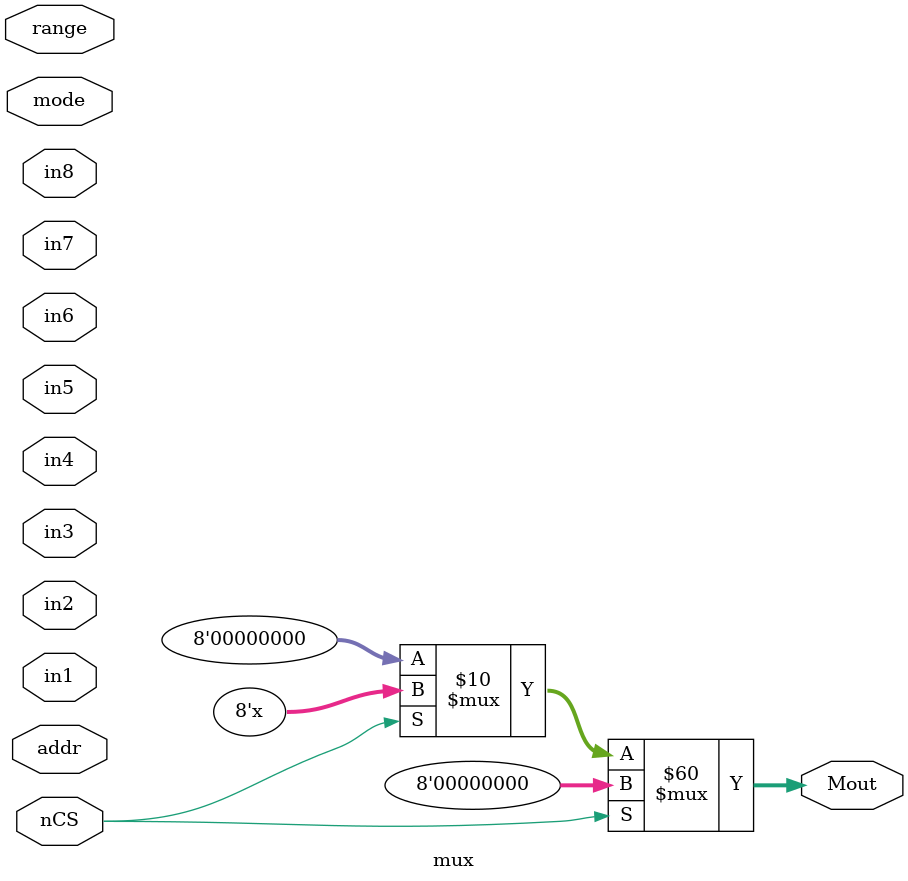
<source format=v>
`timescale 1ns / 1ps


module mux(
    addr,in1,in2,in3,in4,in5,in6,in7,in8,nCS,mode,range,Mout
    );
   /*mode input a 2 bits signal to choose 2/4/8 mode 
   //00 - 2
   //01 - 4
   //10 - 8
   */
   input[1:0] mode;
   input[127:0] addr;
   input[7:0] in1,in2,in3,in4,in5,in6,in7,in8;
   //chose the range of selector,first bit number is 1
   //000:8-16
   //001:17-32
   //010:33-48
   //011:49-64
   //100:100-128
   input[2:0] range;
   input nCS;
   output reg [7:0] Mout;
   //store the result of selector
   reg [28:0] result;
   reg [28:0] selector = 8'h00;;
   
    always @ (*)
    begin
        if(!nCS)  
            begin
            //choose range
            case(range)
            3'b000:selector[8:0] = addr[15:7];
            3'b001:selector[15:0] = addr[31:16];
            3'b010:selector[16:0] = addr[47:32];
            3'b011:selector[15:0] = addr[63:48];
            3'b100:selector[28:0] = addr[127:99];
            default:selector[28:0] = 8'h00;
            endcase
            
            
            //chose mode
            case(mode)
            2'b00:result <= selector & 8'h01;
            2'b01:result <= selector & 8'h03;
            2'b10:result <= selector & 8'h07;
            default:result <= selector & 8'hxx;
            endcase   
            
            
            
            
            //get output     
            case(result)
            8'h00: Mout = in1;
            8'h01: Mout = in2;
            8'h02: Mout = in3;
            8'h04: Mout = in4;
            8'h05: Mout = in5;
            8'h06: Mout = in6;
            8'h07: Mout = in7;
            8'h08: Mout = in8;
            default: Mout = 0;
            endcase
            end
        else
            Mout = 0;
    end 
    
endmodule

</source>
